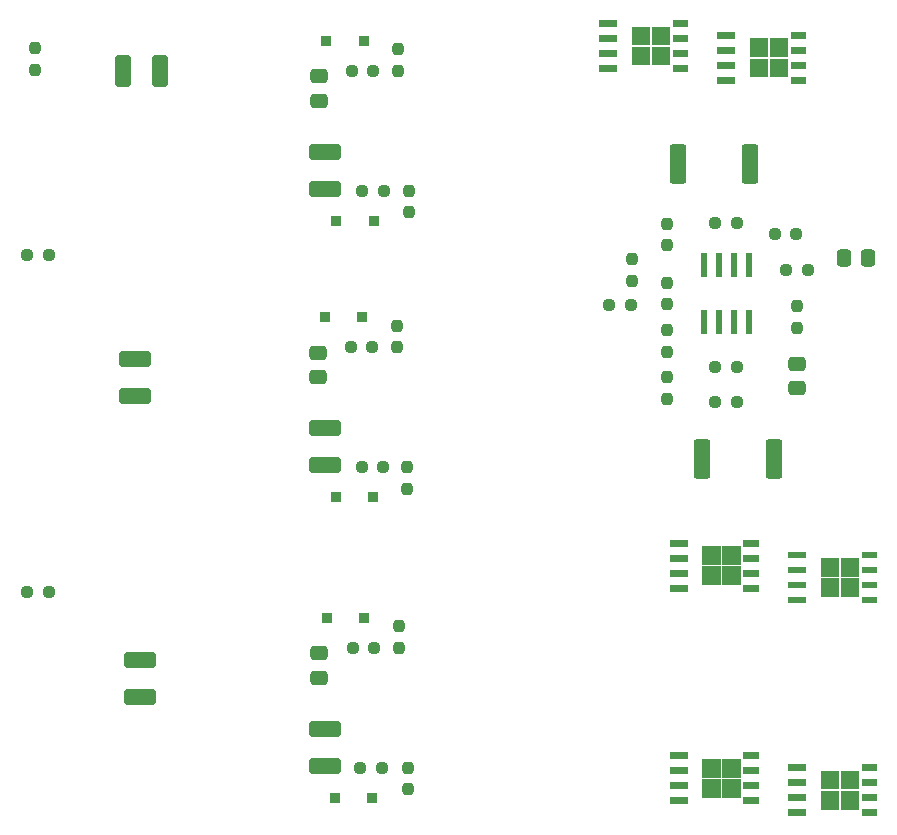
<source format=gtp>
%TF.GenerationSoftware,KiCad,Pcbnew,6.0.10-86aedd382b~118~ubuntu20.04.1*%
%TF.CreationDate,2023-01-20T20:18:30+03:00*%
%TF.ProjectId,PMSM_driver,504d534d-5f64-4726-9976-65722e6b6963,v0.1*%
%TF.SameCoordinates,Original*%
%TF.FileFunction,Paste,Top*%
%TF.FilePolarity,Positive*%
%FSLAX46Y46*%
G04 Gerber Fmt 4.6, Leading zero omitted, Abs format (unit mm)*
G04 Created by KiCad (PCBNEW 6.0.10-86aedd382b~118~ubuntu20.04.1) date 2023-01-20 20:18:30*
%MOMM*%
%LPD*%
G01*
G04 APERTURE LIST*
G04 Aperture macros list*
%AMRoundRect*
0 Rectangle with rounded corners*
0 $1 Rounding radius*
0 $2 $3 $4 $5 $6 $7 $8 $9 X,Y pos of 4 corners*
0 Add a 4 corners polygon primitive as box body*
4,1,4,$2,$3,$4,$5,$6,$7,$8,$9,$2,$3,0*
0 Add four circle primitives for the rounded corners*
1,1,$1+$1,$2,$3*
1,1,$1+$1,$4,$5*
1,1,$1+$1,$6,$7*
1,1,$1+$1,$8,$9*
0 Add four rect primitives between the rounded corners*
20,1,$1+$1,$2,$3,$4,$5,0*
20,1,$1+$1,$4,$5,$6,$7,0*
20,1,$1+$1,$6,$7,$8,$9,0*
20,1,$1+$1,$8,$9,$2,$3,0*%
G04 Aperture macros list end*
%ADD10C,0.010000*%
%ADD11RoundRect,0.250000X-0.475000X0.337500X-0.475000X-0.337500X0.475000X-0.337500X0.475000X0.337500X0*%
%ADD12RoundRect,0.237500X0.237500X-0.250000X0.237500X0.250000X-0.237500X0.250000X-0.237500X-0.250000X0*%
%ADD13RoundRect,0.237500X-0.250000X-0.237500X0.250000X-0.237500X0.250000X0.237500X-0.250000X0.237500X0*%
%ADD14RoundRect,0.237500X-0.237500X0.250000X-0.237500X-0.250000X0.237500X-0.250000X0.237500X0.250000X0*%
%ADD15RoundRect,0.250000X1.100000X-0.412500X1.100000X0.412500X-1.100000X0.412500X-1.100000X-0.412500X0*%
%ADD16R,0.900000X0.950000*%
%ADD17R,0.600000X2.000000*%
%ADD18RoundRect,0.250000X0.337500X0.475000X-0.337500X0.475000X-0.337500X-0.475000X0.337500X-0.475000X0*%
%ADD19RoundRect,0.250000X0.475000X-0.337500X0.475000X0.337500X-0.475000X0.337500X-0.475000X-0.337500X0*%
%ADD20RoundRect,0.237500X0.250000X0.237500X-0.250000X0.237500X-0.250000X-0.237500X0.250000X-0.237500X0*%
%ADD21RoundRect,0.249999X0.450001X1.425001X-0.450001X1.425001X-0.450001X-1.425001X0.450001X-1.425001X0*%
%ADD22RoundRect,0.250000X-0.412500X-1.100000X0.412500X-1.100000X0.412500X1.100000X-0.412500X1.100000X0*%
G04 APERTURE END LIST*
%TO.C,Q5*%
G36*
X169642500Y-123155000D02*
G01*
X168242500Y-123155000D01*
X168242500Y-122655000D01*
X169642500Y-122655000D01*
X169642500Y-123155000D01*
G37*
D10*
X169642500Y-123155000D02*
X168242500Y-123155000D01*
X168242500Y-122655000D01*
X169642500Y-122655000D01*
X169642500Y-123155000D01*
G36*
X172482000Y-120900000D02*
G01*
X170982000Y-120900000D01*
X170982000Y-119400000D01*
X172482000Y-119400000D01*
X172482000Y-120900000D01*
G37*
X172482000Y-120900000D02*
X170982000Y-120900000D01*
X170982000Y-119400000D01*
X172482000Y-119400000D01*
X172482000Y-120900000D01*
G36*
X175657000Y-120615000D02*
G01*
X174457000Y-120615000D01*
X174457000Y-120115000D01*
X175657000Y-120115000D01*
X175657000Y-120615000D01*
G37*
X175657000Y-120615000D02*
X174457000Y-120615000D01*
X174457000Y-120115000D01*
X175657000Y-120115000D01*
X175657000Y-120615000D01*
G36*
X174182000Y-120900000D02*
G01*
X172682000Y-120900000D01*
X172682000Y-119400000D01*
X174182000Y-119400000D01*
X174182000Y-120900000D01*
G37*
X174182000Y-120900000D02*
X172682000Y-120900000D01*
X172682000Y-119400000D01*
X174182000Y-119400000D01*
X174182000Y-120900000D01*
G36*
X175657000Y-123155000D02*
G01*
X174457000Y-123155000D01*
X174457000Y-122655000D01*
X175657000Y-122655000D01*
X175657000Y-123155000D01*
G37*
X175657000Y-123155000D02*
X174457000Y-123155000D01*
X174457000Y-122655000D01*
X175657000Y-122655000D01*
X175657000Y-123155000D01*
G36*
X169642500Y-121885000D02*
G01*
X168242500Y-121885000D01*
X168242500Y-121385000D01*
X169642500Y-121385000D01*
X169642500Y-121885000D01*
G37*
X169642500Y-121885000D02*
X168242500Y-121885000D01*
X168242500Y-121385000D01*
X169642500Y-121385000D01*
X169642500Y-121885000D01*
G36*
X169642500Y-120615000D02*
G01*
X168242500Y-120615000D01*
X168242500Y-120115000D01*
X169642500Y-120115000D01*
X169642500Y-120615000D01*
G37*
X169642500Y-120615000D02*
X168242500Y-120615000D01*
X168242500Y-120115000D01*
X169642500Y-120115000D01*
X169642500Y-120615000D01*
G36*
X172482000Y-122600000D02*
G01*
X170982000Y-122600000D01*
X170982000Y-121100000D01*
X172482000Y-121100000D01*
X172482000Y-122600000D01*
G37*
X172482000Y-122600000D02*
X170982000Y-122600000D01*
X170982000Y-121100000D01*
X172482000Y-121100000D01*
X172482000Y-122600000D01*
G36*
X175657000Y-121885000D02*
G01*
X174457000Y-121885000D01*
X174457000Y-121385000D01*
X175657000Y-121385000D01*
X175657000Y-121885000D01*
G37*
X175657000Y-121885000D02*
X174457000Y-121885000D01*
X174457000Y-121385000D01*
X175657000Y-121385000D01*
X175657000Y-121885000D01*
G36*
X175657000Y-119345000D02*
G01*
X174457000Y-119345000D01*
X174457000Y-118845000D01*
X175657000Y-118845000D01*
X175657000Y-119345000D01*
G37*
X175657000Y-119345000D02*
X174457000Y-119345000D01*
X174457000Y-118845000D01*
X175657000Y-118845000D01*
X175657000Y-119345000D01*
G36*
X169642500Y-119345000D02*
G01*
X168242500Y-119345000D01*
X168242500Y-118845000D01*
X169642500Y-118845000D01*
X169642500Y-119345000D01*
G37*
X169642500Y-119345000D02*
X168242500Y-119345000D01*
X168242500Y-118845000D01*
X169642500Y-118845000D01*
X169642500Y-119345000D01*
G36*
X174182000Y-122600000D02*
G01*
X172682000Y-122600000D01*
X172682000Y-121100000D01*
X174182000Y-121100000D01*
X174182000Y-122600000D01*
G37*
X174182000Y-122600000D02*
X172682000Y-122600000D01*
X172682000Y-121100000D01*
X174182000Y-121100000D01*
X174182000Y-122600000D01*
%TO.C,Q3*%
G36*
X169642500Y-102615000D02*
G01*
X168242500Y-102615000D01*
X168242500Y-102115000D01*
X169642500Y-102115000D01*
X169642500Y-102615000D01*
G37*
X169642500Y-102615000D02*
X168242500Y-102615000D01*
X168242500Y-102115000D01*
X169642500Y-102115000D01*
X169642500Y-102615000D01*
G36*
X169642500Y-103885000D02*
G01*
X168242500Y-103885000D01*
X168242500Y-103385000D01*
X169642500Y-103385000D01*
X169642500Y-103885000D01*
G37*
X169642500Y-103885000D02*
X168242500Y-103885000D01*
X168242500Y-103385000D01*
X169642500Y-103385000D01*
X169642500Y-103885000D01*
G36*
X169642500Y-101345000D02*
G01*
X168242500Y-101345000D01*
X168242500Y-100845000D01*
X169642500Y-100845000D01*
X169642500Y-101345000D01*
G37*
X169642500Y-101345000D02*
X168242500Y-101345000D01*
X168242500Y-100845000D01*
X169642500Y-100845000D01*
X169642500Y-101345000D01*
G36*
X175657000Y-101345000D02*
G01*
X174457000Y-101345000D01*
X174457000Y-100845000D01*
X175657000Y-100845000D01*
X175657000Y-101345000D01*
G37*
X175657000Y-101345000D02*
X174457000Y-101345000D01*
X174457000Y-100845000D01*
X175657000Y-100845000D01*
X175657000Y-101345000D01*
G36*
X175657000Y-102615000D02*
G01*
X174457000Y-102615000D01*
X174457000Y-102115000D01*
X175657000Y-102115000D01*
X175657000Y-102615000D01*
G37*
X175657000Y-102615000D02*
X174457000Y-102615000D01*
X174457000Y-102115000D01*
X175657000Y-102115000D01*
X175657000Y-102615000D01*
G36*
X175657000Y-103885000D02*
G01*
X174457000Y-103885000D01*
X174457000Y-103385000D01*
X175657000Y-103385000D01*
X175657000Y-103885000D01*
G37*
X175657000Y-103885000D02*
X174457000Y-103885000D01*
X174457000Y-103385000D01*
X175657000Y-103385000D01*
X175657000Y-103885000D01*
G36*
X169642500Y-105155000D02*
G01*
X168242500Y-105155000D01*
X168242500Y-104655000D01*
X169642500Y-104655000D01*
X169642500Y-105155000D01*
G37*
X169642500Y-105155000D02*
X168242500Y-105155000D01*
X168242500Y-104655000D01*
X169642500Y-104655000D01*
X169642500Y-105155000D01*
G36*
X174182000Y-104600000D02*
G01*
X172682000Y-104600000D01*
X172682000Y-103100000D01*
X174182000Y-103100000D01*
X174182000Y-104600000D01*
G37*
X174182000Y-104600000D02*
X172682000Y-104600000D01*
X172682000Y-103100000D01*
X174182000Y-103100000D01*
X174182000Y-104600000D01*
G36*
X175657000Y-105155000D02*
G01*
X174457000Y-105155000D01*
X174457000Y-104655000D01*
X175657000Y-104655000D01*
X175657000Y-105155000D01*
G37*
X175657000Y-105155000D02*
X174457000Y-105155000D01*
X174457000Y-104655000D01*
X175657000Y-104655000D01*
X175657000Y-105155000D01*
G36*
X172482000Y-102900000D02*
G01*
X170982000Y-102900000D01*
X170982000Y-101400000D01*
X172482000Y-101400000D01*
X172482000Y-102900000D01*
G37*
X172482000Y-102900000D02*
X170982000Y-102900000D01*
X170982000Y-101400000D01*
X172482000Y-101400000D01*
X172482000Y-102900000D01*
G36*
X172482000Y-104600000D02*
G01*
X170982000Y-104600000D01*
X170982000Y-103100000D01*
X172482000Y-103100000D01*
X172482000Y-104600000D01*
G37*
X172482000Y-104600000D02*
X170982000Y-104600000D01*
X170982000Y-103100000D01*
X172482000Y-103100000D01*
X172482000Y-104600000D01*
G36*
X174182000Y-102900000D02*
G01*
X172682000Y-102900000D01*
X172682000Y-101400000D01*
X174182000Y-101400000D01*
X174182000Y-102900000D01*
G37*
X174182000Y-102900000D02*
X172682000Y-102900000D01*
X172682000Y-101400000D01*
X174182000Y-101400000D01*
X174182000Y-102900000D01*
%TO.C,Q6*%
G36*
X165657000Y-122155000D02*
G01*
X164457000Y-122155000D01*
X164457000Y-121655000D01*
X165657000Y-121655000D01*
X165657000Y-122155000D01*
G37*
X165657000Y-122155000D02*
X164457000Y-122155000D01*
X164457000Y-121655000D01*
X165657000Y-121655000D01*
X165657000Y-122155000D01*
G36*
X162482000Y-121600000D02*
G01*
X160982000Y-121600000D01*
X160982000Y-120100000D01*
X162482000Y-120100000D01*
X162482000Y-121600000D01*
G37*
X162482000Y-121600000D02*
X160982000Y-121600000D01*
X160982000Y-120100000D01*
X162482000Y-120100000D01*
X162482000Y-121600000D01*
G36*
X162482000Y-119900000D02*
G01*
X160982000Y-119900000D01*
X160982000Y-118400000D01*
X162482000Y-118400000D01*
X162482000Y-119900000D01*
G37*
X162482000Y-119900000D02*
X160982000Y-119900000D01*
X160982000Y-118400000D01*
X162482000Y-118400000D01*
X162482000Y-119900000D01*
G36*
X159642500Y-119615000D02*
G01*
X158242500Y-119615000D01*
X158242500Y-119115000D01*
X159642500Y-119115000D01*
X159642500Y-119615000D01*
G37*
X159642500Y-119615000D02*
X158242500Y-119615000D01*
X158242500Y-119115000D01*
X159642500Y-119115000D01*
X159642500Y-119615000D01*
G36*
X159642500Y-122155000D02*
G01*
X158242500Y-122155000D01*
X158242500Y-121655000D01*
X159642500Y-121655000D01*
X159642500Y-122155000D01*
G37*
X159642500Y-122155000D02*
X158242500Y-122155000D01*
X158242500Y-121655000D01*
X159642500Y-121655000D01*
X159642500Y-122155000D01*
G36*
X164182000Y-119900000D02*
G01*
X162682000Y-119900000D01*
X162682000Y-118400000D01*
X164182000Y-118400000D01*
X164182000Y-119900000D01*
G37*
X164182000Y-119900000D02*
X162682000Y-119900000D01*
X162682000Y-118400000D01*
X164182000Y-118400000D01*
X164182000Y-119900000D01*
G36*
X159642500Y-120885000D02*
G01*
X158242500Y-120885000D01*
X158242500Y-120385000D01*
X159642500Y-120385000D01*
X159642500Y-120885000D01*
G37*
X159642500Y-120885000D02*
X158242500Y-120885000D01*
X158242500Y-120385000D01*
X159642500Y-120385000D01*
X159642500Y-120885000D01*
G36*
X164182000Y-121600000D02*
G01*
X162682000Y-121600000D01*
X162682000Y-120100000D01*
X164182000Y-120100000D01*
X164182000Y-121600000D01*
G37*
X164182000Y-121600000D02*
X162682000Y-121600000D01*
X162682000Y-120100000D01*
X164182000Y-120100000D01*
X164182000Y-121600000D01*
G36*
X165657000Y-120885000D02*
G01*
X164457000Y-120885000D01*
X164457000Y-120385000D01*
X165657000Y-120385000D01*
X165657000Y-120885000D01*
G37*
X165657000Y-120885000D02*
X164457000Y-120885000D01*
X164457000Y-120385000D01*
X165657000Y-120385000D01*
X165657000Y-120885000D01*
G36*
X165657000Y-118345000D02*
G01*
X164457000Y-118345000D01*
X164457000Y-117845000D01*
X165657000Y-117845000D01*
X165657000Y-118345000D01*
G37*
X165657000Y-118345000D02*
X164457000Y-118345000D01*
X164457000Y-117845000D01*
X165657000Y-117845000D01*
X165657000Y-118345000D01*
G36*
X165657000Y-119615000D02*
G01*
X164457000Y-119615000D01*
X164457000Y-119115000D01*
X165657000Y-119115000D01*
X165657000Y-119615000D01*
G37*
X165657000Y-119615000D02*
X164457000Y-119615000D01*
X164457000Y-119115000D01*
X165657000Y-119115000D01*
X165657000Y-119615000D01*
G36*
X159642500Y-118345000D02*
G01*
X158242500Y-118345000D01*
X158242500Y-117845000D01*
X159642500Y-117845000D01*
X159642500Y-118345000D01*
G37*
X159642500Y-118345000D02*
X158242500Y-118345000D01*
X158242500Y-117845000D01*
X159642500Y-117845000D01*
X159642500Y-118345000D01*
%TO.C,Q1*%
G36*
X168182000Y-60600000D02*
G01*
X166682000Y-60600000D01*
X166682000Y-59100000D01*
X168182000Y-59100000D01*
X168182000Y-60600000D01*
G37*
X168182000Y-60600000D02*
X166682000Y-60600000D01*
X166682000Y-59100000D01*
X168182000Y-59100000D01*
X168182000Y-60600000D01*
G36*
X169657000Y-57345000D02*
G01*
X168457000Y-57345000D01*
X168457000Y-56845000D01*
X169657000Y-56845000D01*
X169657000Y-57345000D01*
G37*
X169657000Y-57345000D02*
X168457000Y-57345000D01*
X168457000Y-56845000D01*
X169657000Y-56845000D01*
X169657000Y-57345000D01*
G36*
X163642500Y-61155000D02*
G01*
X162242500Y-61155000D01*
X162242500Y-60655000D01*
X163642500Y-60655000D01*
X163642500Y-61155000D01*
G37*
X163642500Y-61155000D02*
X162242500Y-61155000D01*
X162242500Y-60655000D01*
X163642500Y-60655000D01*
X163642500Y-61155000D01*
G36*
X169657000Y-61155000D02*
G01*
X168457000Y-61155000D01*
X168457000Y-60655000D01*
X169657000Y-60655000D01*
X169657000Y-61155000D01*
G37*
X169657000Y-61155000D02*
X168457000Y-61155000D01*
X168457000Y-60655000D01*
X169657000Y-60655000D01*
X169657000Y-61155000D01*
G36*
X168182000Y-58900000D02*
G01*
X166682000Y-58900000D01*
X166682000Y-57400000D01*
X168182000Y-57400000D01*
X168182000Y-58900000D01*
G37*
X168182000Y-58900000D02*
X166682000Y-58900000D01*
X166682000Y-57400000D01*
X168182000Y-57400000D01*
X168182000Y-58900000D01*
G36*
X163642500Y-57345000D02*
G01*
X162242500Y-57345000D01*
X162242500Y-56845000D01*
X163642500Y-56845000D01*
X163642500Y-57345000D01*
G37*
X163642500Y-57345000D02*
X162242500Y-57345000D01*
X162242500Y-56845000D01*
X163642500Y-56845000D01*
X163642500Y-57345000D01*
G36*
X163642500Y-58615000D02*
G01*
X162242500Y-58615000D01*
X162242500Y-58115000D01*
X163642500Y-58115000D01*
X163642500Y-58615000D01*
G37*
X163642500Y-58615000D02*
X162242500Y-58615000D01*
X162242500Y-58115000D01*
X163642500Y-58115000D01*
X163642500Y-58615000D01*
G36*
X166482000Y-58900000D02*
G01*
X164982000Y-58900000D01*
X164982000Y-57400000D01*
X166482000Y-57400000D01*
X166482000Y-58900000D01*
G37*
X166482000Y-58900000D02*
X164982000Y-58900000D01*
X164982000Y-57400000D01*
X166482000Y-57400000D01*
X166482000Y-58900000D01*
G36*
X169657000Y-58615000D02*
G01*
X168457000Y-58615000D01*
X168457000Y-58115000D01*
X169657000Y-58115000D01*
X169657000Y-58615000D01*
G37*
X169657000Y-58615000D02*
X168457000Y-58615000D01*
X168457000Y-58115000D01*
X169657000Y-58115000D01*
X169657000Y-58615000D01*
G36*
X163642500Y-59885000D02*
G01*
X162242500Y-59885000D01*
X162242500Y-59385000D01*
X163642500Y-59385000D01*
X163642500Y-59885000D01*
G37*
X163642500Y-59885000D02*
X162242500Y-59885000D01*
X162242500Y-59385000D01*
X163642500Y-59385000D01*
X163642500Y-59885000D01*
G36*
X169657000Y-59885000D02*
G01*
X168457000Y-59885000D01*
X168457000Y-59385000D01*
X169657000Y-59385000D01*
X169657000Y-59885000D01*
G37*
X169657000Y-59885000D02*
X168457000Y-59885000D01*
X168457000Y-59385000D01*
X169657000Y-59385000D01*
X169657000Y-59885000D01*
G36*
X166482000Y-60600000D02*
G01*
X164982000Y-60600000D01*
X164982000Y-59100000D01*
X166482000Y-59100000D01*
X166482000Y-60600000D01*
G37*
X166482000Y-60600000D02*
X164982000Y-60600000D01*
X164982000Y-59100000D01*
X166482000Y-59100000D01*
X166482000Y-60600000D01*
%TO.C,Q4*%
G36*
X159642500Y-102885000D02*
G01*
X158242500Y-102885000D01*
X158242500Y-102385000D01*
X159642500Y-102385000D01*
X159642500Y-102885000D01*
G37*
X159642500Y-102885000D02*
X158242500Y-102885000D01*
X158242500Y-102385000D01*
X159642500Y-102385000D01*
X159642500Y-102885000D01*
G36*
X164182000Y-103600000D02*
G01*
X162682000Y-103600000D01*
X162682000Y-102100000D01*
X164182000Y-102100000D01*
X164182000Y-103600000D01*
G37*
X164182000Y-103600000D02*
X162682000Y-103600000D01*
X162682000Y-102100000D01*
X164182000Y-102100000D01*
X164182000Y-103600000D01*
G36*
X162482000Y-101900000D02*
G01*
X160982000Y-101900000D01*
X160982000Y-100400000D01*
X162482000Y-100400000D01*
X162482000Y-101900000D01*
G37*
X162482000Y-101900000D02*
X160982000Y-101900000D01*
X160982000Y-100400000D01*
X162482000Y-100400000D01*
X162482000Y-101900000D01*
G36*
X165657000Y-102885000D02*
G01*
X164457000Y-102885000D01*
X164457000Y-102385000D01*
X165657000Y-102385000D01*
X165657000Y-102885000D01*
G37*
X165657000Y-102885000D02*
X164457000Y-102885000D01*
X164457000Y-102385000D01*
X165657000Y-102385000D01*
X165657000Y-102885000D01*
G36*
X159642500Y-104155000D02*
G01*
X158242500Y-104155000D01*
X158242500Y-103655000D01*
X159642500Y-103655000D01*
X159642500Y-104155000D01*
G37*
X159642500Y-104155000D02*
X158242500Y-104155000D01*
X158242500Y-103655000D01*
X159642500Y-103655000D01*
X159642500Y-104155000D01*
G36*
X159642500Y-100345000D02*
G01*
X158242500Y-100345000D01*
X158242500Y-99845000D01*
X159642500Y-99845000D01*
X159642500Y-100345000D01*
G37*
X159642500Y-100345000D02*
X158242500Y-100345000D01*
X158242500Y-99845000D01*
X159642500Y-99845000D01*
X159642500Y-100345000D01*
G36*
X164182000Y-101900000D02*
G01*
X162682000Y-101900000D01*
X162682000Y-100400000D01*
X164182000Y-100400000D01*
X164182000Y-101900000D01*
G37*
X164182000Y-101900000D02*
X162682000Y-101900000D01*
X162682000Y-100400000D01*
X164182000Y-100400000D01*
X164182000Y-101900000D01*
G36*
X162482000Y-103600000D02*
G01*
X160982000Y-103600000D01*
X160982000Y-102100000D01*
X162482000Y-102100000D01*
X162482000Y-103600000D01*
G37*
X162482000Y-103600000D02*
X160982000Y-103600000D01*
X160982000Y-102100000D01*
X162482000Y-102100000D01*
X162482000Y-103600000D01*
G36*
X159642500Y-101615000D02*
G01*
X158242500Y-101615000D01*
X158242500Y-101115000D01*
X159642500Y-101115000D01*
X159642500Y-101615000D01*
G37*
X159642500Y-101615000D02*
X158242500Y-101615000D01*
X158242500Y-101115000D01*
X159642500Y-101115000D01*
X159642500Y-101615000D01*
G36*
X165657000Y-104155000D02*
G01*
X164457000Y-104155000D01*
X164457000Y-103655000D01*
X165657000Y-103655000D01*
X165657000Y-104155000D01*
G37*
X165657000Y-104155000D02*
X164457000Y-104155000D01*
X164457000Y-103655000D01*
X165657000Y-103655000D01*
X165657000Y-104155000D01*
G36*
X165657000Y-101615000D02*
G01*
X164457000Y-101615000D01*
X164457000Y-101115000D01*
X165657000Y-101115000D01*
X165657000Y-101615000D01*
G37*
X165657000Y-101615000D02*
X164457000Y-101615000D01*
X164457000Y-101115000D01*
X165657000Y-101115000D01*
X165657000Y-101615000D01*
G36*
X165657000Y-100345000D02*
G01*
X164457000Y-100345000D01*
X164457000Y-99845000D01*
X165657000Y-99845000D01*
X165657000Y-100345000D01*
G37*
X165657000Y-100345000D02*
X164457000Y-100345000D01*
X164457000Y-99845000D01*
X165657000Y-99845000D01*
X165657000Y-100345000D01*
%TO.C,Q2*%
G36*
X158182000Y-59600000D02*
G01*
X156682000Y-59600000D01*
X156682000Y-58100000D01*
X158182000Y-58100000D01*
X158182000Y-59600000D01*
G37*
X158182000Y-59600000D02*
X156682000Y-59600000D01*
X156682000Y-58100000D01*
X158182000Y-58100000D01*
X158182000Y-59600000D01*
G36*
X159657000Y-56345000D02*
G01*
X158457000Y-56345000D01*
X158457000Y-55845000D01*
X159657000Y-55845000D01*
X159657000Y-56345000D01*
G37*
X159657000Y-56345000D02*
X158457000Y-56345000D01*
X158457000Y-55845000D01*
X159657000Y-55845000D01*
X159657000Y-56345000D01*
G36*
X156482000Y-59600000D02*
G01*
X154982000Y-59600000D01*
X154982000Y-58100000D01*
X156482000Y-58100000D01*
X156482000Y-59600000D01*
G37*
X156482000Y-59600000D02*
X154982000Y-59600000D01*
X154982000Y-58100000D01*
X156482000Y-58100000D01*
X156482000Y-59600000D01*
G36*
X159657000Y-58885000D02*
G01*
X158457000Y-58885000D01*
X158457000Y-58385000D01*
X159657000Y-58385000D01*
X159657000Y-58885000D01*
G37*
X159657000Y-58885000D02*
X158457000Y-58885000D01*
X158457000Y-58385000D01*
X159657000Y-58385000D01*
X159657000Y-58885000D01*
G36*
X159657000Y-60155000D02*
G01*
X158457000Y-60155000D01*
X158457000Y-59655000D01*
X159657000Y-59655000D01*
X159657000Y-60155000D01*
G37*
X159657000Y-60155000D02*
X158457000Y-60155000D01*
X158457000Y-59655000D01*
X159657000Y-59655000D01*
X159657000Y-60155000D01*
G36*
X153642500Y-58885000D02*
G01*
X152242500Y-58885000D01*
X152242500Y-58385000D01*
X153642500Y-58385000D01*
X153642500Y-58885000D01*
G37*
X153642500Y-58885000D02*
X152242500Y-58885000D01*
X152242500Y-58385000D01*
X153642500Y-58385000D01*
X153642500Y-58885000D01*
G36*
X153642500Y-60155000D02*
G01*
X152242500Y-60155000D01*
X152242500Y-59655000D01*
X153642500Y-59655000D01*
X153642500Y-60155000D01*
G37*
X153642500Y-60155000D02*
X152242500Y-60155000D01*
X152242500Y-59655000D01*
X153642500Y-59655000D01*
X153642500Y-60155000D01*
G36*
X153642500Y-57615000D02*
G01*
X152242500Y-57615000D01*
X152242500Y-57115000D01*
X153642500Y-57115000D01*
X153642500Y-57615000D01*
G37*
X153642500Y-57615000D02*
X152242500Y-57615000D01*
X152242500Y-57115000D01*
X153642500Y-57115000D01*
X153642500Y-57615000D01*
G36*
X153642500Y-56345000D02*
G01*
X152242500Y-56345000D01*
X152242500Y-55845000D01*
X153642500Y-55845000D01*
X153642500Y-56345000D01*
G37*
X153642500Y-56345000D02*
X152242500Y-56345000D01*
X152242500Y-55845000D01*
X153642500Y-55845000D01*
X153642500Y-56345000D01*
G36*
X158182000Y-57900000D02*
G01*
X156682000Y-57900000D01*
X156682000Y-56400000D01*
X158182000Y-56400000D01*
X158182000Y-57900000D01*
G37*
X158182000Y-57900000D02*
X156682000Y-57900000D01*
X156682000Y-56400000D01*
X158182000Y-56400000D01*
X158182000Y-57900000D01*
G36*
X159657000Y-57615000D02*
G01*
X158457000Y-57615000D01*
X158457000Y-57115000D01*
X159657000Y-57115000D01*
X159657000Y-57615000D01*
G37*
X159657000Y-57615000D02*
X158457000Y-57615000D01*
X158457000Y-57115000D01*
X159657000Y-57115000D01*
X159657000Y-57615000D01*
G36*
X156482000Y-57900000D02*
G01*
X154982000Y-57900000D01*
X154982000Y-56400000D01*
X156482000Y-56400000D01*
X156482000Y-57900000D01*
G37*
X156482000Y-57900000D02*
X154982000Y-57900000D01*
X154982000Y-56400000D01*
X156482000Y-56400000D01*
X156482000Y-57900000D01*
%TD*%
D11*
%TO.C,C8*%
X128530000Y-109474500D03*
X128530000Y-111549500D03*
%TD*%
D12*
%TO.C,R15*%
X136008900Y-95525000D03*
X136008900Y-93700000D03*
%TD*%
D13*
%TO.C,R9*%
X132124600Y-93700000D03*
X133949600Y-93700000D03*
%TD*%
D14*
%TO.C,R12*%
X135245000Y-58315000D03*
X135245000Y-60140000D03*
%TD*%
%TO.C,R16*%
X135275000Y-107168100D03*
X135275000Y-108993100D03*
%TD*%
D15*
%TO.C,C2*%
X112950000Y-87652500D03*
X112950000Y-84527500D03*
%TD*%
D13*
%TO.C,R28*%
X168087500Y-77000000D03*
X169912500Y-77000000D03*
%TD*%
D14*
%TO.C,R14*%
X135140000Y-81727500D03*
X135140000Y-83552500D03*
%TD*%
D16*
%TO.C,D9*%
X132991100Y-121695000D03*
X129841100Y-121695000D03*
%TD*%
D13*
%TO.C,R4*%
X103807500Y-75700000D03*
X105632500Y-75700000D03*
%TD*%
D16*
%TO.C,D8*%
X132329000Y-106455000D03*
X129179000Y-106455000D03*
%TD*%
D17*
%TO.C,U4*%
X164905000Y-76550000D03*
X163635000Y-76550000D03*
X162365000Y-76550000D03*
X161095000Y-76550000D03*
X161095000Y-81450000D03*
X162365000Y-81450000D03*
X163635000Y-81450000D03*
X164905000Y-81450000D03*
%TD*%
D13*
%TO.C,R10*%
X131365300Y-108995000D03*
X133190300Y-108995000D03*
%TD*%
D16*
%TO.C,D6*%
X132197400Y-81000000D03*
X129047400Y-81000000D03*
%TD*%
D12*
%TO.C,R13*%
X136110500Y-72126900D03*
X136110500Y-70301900D03*
%TD*%
D15*
%TO.C,C5*%
X129047400Y-70122200D03*
X129047400Y-66997200D03*
%TD*%
D16*
%TO.C,D7*%
X133088300Y-96240000D03*
X129938300Y-96240000D03*
%TD*%
D15*
%TO.C,C3*%
X113405000Y-113147500D03*
X113405000Y-110022500D03*
%TD*%
D12*
%TO.C,R26*%
X158000000Y-79912500D03*
X158000000Y-78087500D03*
%TD*%
D13*
%TO.C,R24*%
X167087500Y-74000000D03*
X168912500Y-74000000D03*
%TD*%
%TO.C,R25*%
X162087500Y-85200000D03*
X163912500Y-85200000D03*
%TD*%
D18*
%TO.C,C10*%
X175037500Y-75980000D03*
X172962500Y-75980000D03*
%TD*%
D12*
%TO.C,R3*%
X104440000Y-60075000D03*
X104440000Y-58250000D03*
%TD*%
%TO.C,R1*%
X155000000Y-77912500D03*
X155000000Y-76087500D03*
%TD*%
D16*
%TO.C,D5*%
X133137000Y-72835000D03*
X129987000Y-72835000D03*
%TD*%
D13*
%TO.C,R7*%
X132173500Y-70300000D03*
X133998500Y-70300000D03*
%TD*%
D14*
%TO.C,R27*%
X158000000Y-82087500D03*
X158000000Y-83912500D03*
%TD*%
D12*
%TO.C,R21*%
X158000000Y-87912500D03*
X158000000Y-86087500D03*
%TD*%
D11*
%TO.C,C6*%
X128412400Y-84005000D03*
X128412400Y-86080000D03*
%TD*%
D15*
%TO.C,C9*%
X129052000Y-118977200D03*
X129052000Y-115852200D03*
%TD*%
D12*
%TO.C,R17*%
X136013500Y-120980000D03*
X136013500Y-119155000D03*
%TD*%
D19*
%TO.C,C11*%
X169000000Y-87037500D03*
X169000000Y-84962500D03*
%TD*%
D11*
%TO.C,C4*%
X128500000Y-60600000D03*
X128500000Y-62675000D03*
%TD*%
D20*
%TO.C,R23*%
X163912500Y-88200000D03*
X162087500Y-88200000D03*
%TD*%
D13*
%TO.C,R5*%
X103820000Y-104300000D03*
X105645000Y-104300000D03*
%TD*%
D14*
%TO.C,R29*%
X169000000Y-80087500D03*
X169000000Y-81912500D03*
%TD*%
D13*
%TO.C,R22*%
X162087500Y-73000000D03*
X163912500Y-73000000D03*
%TD*%
%TO.C,R2*%
X153087500Y-80000000D03*
X154912500Y-80000000D03*
%TD*%
%TO.C,R6*%
X131284500Y-60140000D03*
X133109500Y-60140000D03*
%TD*%
D21*
%TO.C,R19*%
X167050000Y-93000000D03*
X160950000Y-93000000D03*
%TD*%
D16*
%TO.C,D4*%
X132299000Y-57595000D03*
X129149000Y-57595000D03*
%TD*%
D14*
%TO.C,R20*%
X158000000Y-73087500D03*
X158000000Y-74912500D03*
%TD*%
D21*
%TO.C,R18*%
X165050000Y-68000000D03*
X158950000Y-68000000D03*
%TD*%
D13*
%TO.C,R11*%
X132033000Y-119155000D03*
X133858000Y-119155000D03*
%TD*%
D22*
%TO.C,C1*%
X111937500Y-60150000D03*
X115062500Y-60150000D03*
%TD*%
D15*
%TO.C,C7*%
X129047400Y-93522200D03*
X129047400Y-90397200D03*
%TD*%
D13*
%TO.C,R8*%
X131206400Y-83540000D03*
X133031400Y-83540000D03*
%TD*%
M02*

</source>
